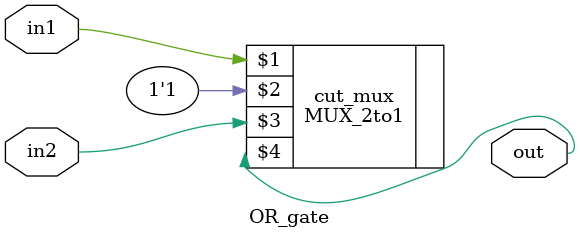
<source format=v>
`timescale 1ns/1ns

module OR_gate(output out , input in1 , in2);
  
  MUX_2to1 cut_mux(in1 , 1'b1 , in2 , out);
  
endmodule

</source>
